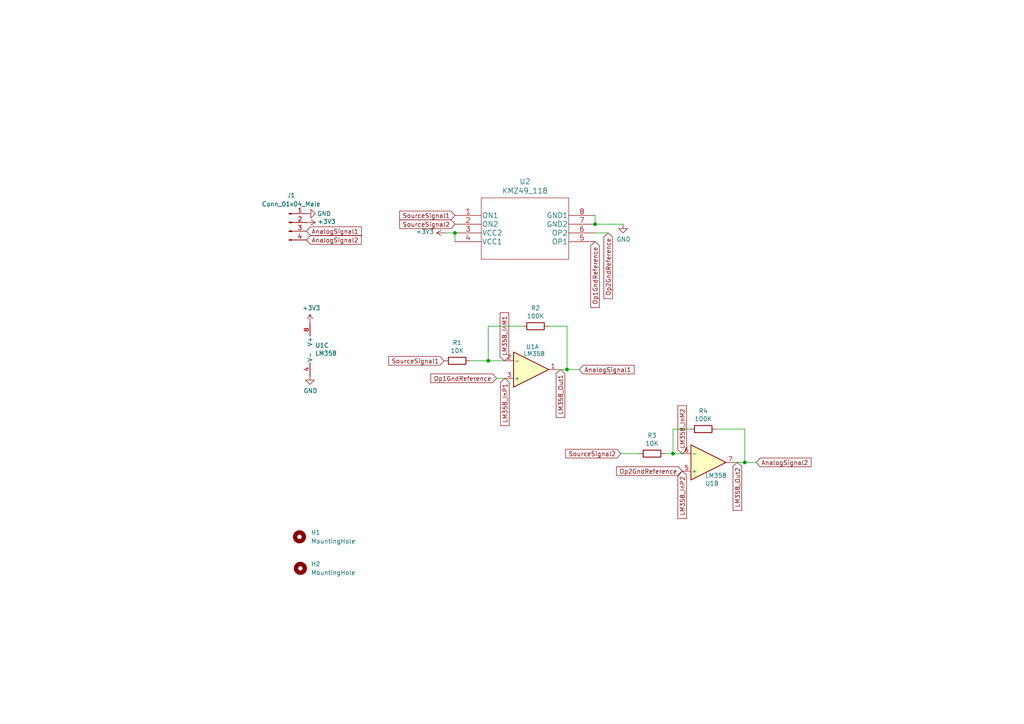
<source format=kicad_sch>
(kicad_sch (version 20211123) (generator eeschema)
  (paper "A4")
  (lib_symbols
    (symbol "Amplifier_Operational:LM358" (pin_names (offset 0.127))
      (property "Reference" "U" (at 0 5.08 0))
      (property "Value" "LM358" (at 0 -5.08 0))
      (symbol "LM358_1_1"
        (polyline (pts (xy -5.08 5.08) (xy 5.08 0) (xy -5.08 -5.08) (xy -5.08 5.08)) (stroke (width 0.254)) (fill (type background)))
        (pin output line (at 7.62 0 180) (length 2.54) (name "~") (number "1"))
        (pin input line (at -7.62 -2.54 0) (length 2.54) (name "-") (number "2"))
        (pin input line (at -7.62 2.54 0) (length 2.54) (name "+") (number "3"))
      )
      (symbol "LM358_2_1"
        (polyline (pts (xy -5.08 5.08) (xy 5.08 0) (xy -5.08 -5.08) (xy -5.08 5.08)) (stroke (width 0.254)) (fill (type background)))
        (pin input line (at -7.62 2.54 0) (length 2.54) (name "+") (number "5"))
        (pin input line (at -7.62 -2.54 0) (length 2.54) (name "-") (number "6"))
        (pin output line (at 7.62 0 180) (length 2.54) (name "~") (number "7"))
      )
      (symbol "LM358_3_1"
        (pin power_in line (at -2.54 -7.62 90) (length 3.81) (name "V-") (number "4"))
        (pin power_in line (at -2.54 7.62 270) (length 3.81) (name "V+") (number "8"))
      )
    )
    (symbol "Connector:Conn_01x04_Male" (pin_names (offset 1.016) hide)
      (property "Reference" "J" (at 0 5.08 0))
      (property "Value" "Conn_01x04_Male" (at 0 -7.62 0))
      (symbol "Conn_01x04_Male_1_1"
        (polyline (pts (xy 1.27 -5.08) (xy 0.8636 -5.08)) (stroke (width 0.1524)))
        (polyline (pts (xy 1.27 -2.54) (xy 0.8636 -2.54)) (stroke (width 0.1524)))
        (polyline (pts (xy 1.27 0) (xy 0.8636 0)) (stroke (width 0.1524)))
        (polyline (pts (xy 1.27 2.54) (xy 0.8636 2.54)) (stroke (width 0.1524)))
        (rectangle (start 0.8636 -4.953) (end 0 -5.207) (stroke (width 0.1524)) (fill (type outline)))
        (rectangle (start 0.8636 -2.413) (end 0 -2.667) (stroke (width 0.1524)) (fill (type outline)))
        (rectangle (start 0.8636 0.127) (end 0 -0.127) (stroke (width 0.1524)) (fill (type outline)))
        (rectangle (start 0.8636 2.667) (end 0 2.413) (stroke (width 0.1524)) (fill (type outline)))
        (pin passive line (at 5.08 2.54 180) (length 3.81) (name "Pin_1") (number "1"))
        (pin passive line (at 5.08 0 180) (length 3.81) (name "Pin_2") (number "2"))
        (pin passive line (at 5.08 -2.54 180) (length 3.81) (name "Pin_3") (number "3"))
        (pin passive line (at 5.08 -5.08 180) (length 3.81) (name "Pin_4") (number "4"))
      )
    )
    (symbol "Device:R" (pin_numbers hide) (pin_names (offset 0))
      (property "Reference" "R" (at 2.032 0 90))
      (property "Value" "R" (at 0 0 90))
      (symbol "R_0_1"
        (rectangle (start -1.016 -2.54) (end 1.016 2.54) (stroke (width 0.254)))
      )
      (symbol "R_1_1"
        (pin passive line (at 0 3.81 270) (length 1.27) (name "~") (number "1"))
        (pin passive line (at 0 -3.81 90) (length 1.27) (name "~") (number "2"))
      )
    )
    (symbol "KMZ49:KMZ49_118" (pin_names (offset 0.254))
      (property "Reference" "U" (at 20.32 10.16 0))
      (property "Value" "KMZ49_118" (at 20.32 7.62 0))
      (symbol "KMZ49_118_1_1"
        (polyline (pts (xy 7.62 -12.7) (xy 33.02 -12.7)) (stroke (width 0.127)))
        (polyline (pts (xy 7.62 5.08) (xy 7.62 -12.7)) (stroke (width 0.127)))
        (polyline (pts (xy 33.02 -12.7) (xy 33.02 5.08)) (stroke (width 0.127)))
        (polyline (pts (xy 33.02 5.08) (xy 7.62 5.08)) (stroke (width 0.127)))
        (pin output line (at 0 0 0) (length 7.62) (name "ON1") (number "1"))
        (pin output line (at 0 -2.54 0) (length 7.62) (name "ON2") (number "2"))
        (pin power_in line (at 0 -5.08 0) (length 7.62) (name "VCC2") (number "3"))
        (pin power_in line (at 0 -7.62 0) (length 7.62) (name "VCC1") (number "4"))
        (pin output line (at 40.64 -7.62 180) (length 7.62) (name "OP1") (number "5"))
        (pin output line (at 40.64 -5.08 180) (length 7.62) (name "OP2") (number "6"))
        (pin power_in line (at 40.64 -2.54 180) (length 7.62) (name "GND2") (number "7"))
        (pin power_in line (at 40.64 0 180) (length 7.62) (name "GND1") (number "8"))
      )
    )
    (symbol "Mechanical:MountingHole" (pin_names (offset 1.016))
      (property "Reference" "H" (at 0 5.08 0))
      (property "Value" "MountingHole" (at 0 3.175 0))
      (symbol "MountingHole_0_1"
        (circle (center 0 0) (radius 1.27) (stroke (width 1.27)))
      )
    )
    (symbol "power:+3.3V" (power) (pin_names (offset 0))
      (property "Value" "+3.3V" (at 0 3.556 0))
      (symbol "+3.3V_0_1"
        (polyline (pts (xy -0.762 1.27) (xy 0 2.54)))
        (polyline (pts (xy 0 0) (xy 0 2.54)))
        (polyline (pts (xy 0 2.54) (xy 0.762 1.27)))
      )
      (symbol "+3.3V_1_1"
        (pin power_in line (at 0 0 90) (length 0) hide (name "+3V3") (number "1"))
      )
    )
    (symbol "power:GND" (power) (pin_names (offset 0))
      (property "Value" "GND" (at 0 -3.81 0))
      (symbol "GND_0_1"
        (polyline (pts (xy 0 0) (xy 0 -1.27) (xy 1.27 -1.27) (xy 0 -2.54) (xy -1.27 -1.27) (xy 0 -1.27)))
      )
      (symbol "GND_1_1"
        (pin power_in line (at 0 0 270) (length 0) hide (name "GND") (number "1"))
      )
    )
  )
  (junction (at 195.199 131.572))
  (junction (at 164.465 107.188))
  (junction (at 141.605 104.648))
  (junction (at 172.593 65.024))
  (junction (at 216.027 134.112))
  (junction (at 131.953 67.564))
  (wire (pts (xy 141.605 104.648) (xy 146.431 104.648)))
  (wire (pts (xy 164.465 107.188) (xy 168.021 107.188)))
  (wire (pts (xy 180.086 131.572) (xy 185.293 131.572)))
  (wire (pts (xy 161.671 107.188) (xy 164.465 107.188)))
  (wire (pts (xy 216.027 124.46) (xy 216.027 134.112)))
  (wire (pts (xy 151.511 94.615) (xy 141.605 94.615)))
  (wire (pts (xy 192.913 131.572) (xy 195.199 131.572)))
  (wire (pts (xy 195.199 124.46) (xy 195.199 131.572)))
  (wire (pts (xy 159.131 94.615) (xy 164.465 94.615)))
  (wire (pts (xy 216.027 134.112) (xy 219.329 134.112)))
  (wire (pts (xy 129.159 67.564) (xy 131.953 67.564)))
  (wire (pts (xy 213.106 134.112) (xy 216.027 134.112)))
  (wire (pts (xy 172.593 67.564) (xy 176.403 67.564)))
  (wire (pts (xy 207.772 124.46) (xy 216.027 124.46)))
  (wire (pts (xy 172.593 62.484) (xy 172.593 65.024)))
  (wire (pts (xy 136.398 104.648) (xy 141.605 104.648)))
  (wire (pts (xy 172.593 65.024) (xy 180.721 65.024)))
  (wire (pts (xy 164.465 94.615) (xy 164.465 107.188)))
  (wire (pts (xy 146.431 109.728) (xy 144.018 109.728)))
  (wire (pts (xy 131.953 70.104) (xy 131.953 67.564)))
  (wire (pts (xy 200.152 124.46) (xy 195.199 124.46)))
  (wire (pts (xy 195.199 131.572) (xy 197.866 131.572)))
  (wire (pts (xy 141.605 94.615) (xy 141.605 104.648)))
  (global_label "AnalogSignal2" (shape input) (at 88.9 69.596 0) (property "Intersheet References" "${INTERSHEET_REFS}" (effects hide)))
  (global_label "SourceSignal2" (shape input) (at 131.953 65.024 180) (property "Intersheet References" "${INTERSHEET_REFS}" (effects hide)))
  (global_label "SourceSignal1" (shape input) (at 128.778 104.648 180) (property "Intersheet References" "${INTERSHEET_REFS}" (effects hide)))
  (global_label "Op2GndReference" (shape input) (at 176.403 67.564 270) (property "Intersheet References" "${INTERSHEET_REFS}" (effects hide)))
  (global_label "AnalogSignal1" (shape input) (at 88.9 67.056 0) (property "Intersheet References" "${INTERSHEET_REFS}" (effects hide)))
  (global_label "LM358_InP1" (shape input) (at 146.431 109.728 270) (property "Intersheet References" "${INTERSHEET_REFS}" (effects hide)))
  (global_label "Op1GndReference" (shape input) (at 144.018 109.728 180) (property "Intersheet References" "${INTERSHEET_REFS}" (effects hide)))
  (global_label "LM358_Out1" (shape input) (at 162.56 107.188 270) (property "Intersheet References" "${INTERSHEET_REFS}" (effects hide)))
  (global_label "LM358_Out2" (shape input) (at 213.868 134.112 270) (property "Intersheet References" "${INTERSHEET_REFS}" (effects hide)))
  (global_label "LM358_InP2" (shape input) (at 197.866 136.652 270) (property "Intersheet References" "${INTERSHEET_REFS}" (effects hide)))
  (global_label "LM358_InM1" (shape input) (at 146.304 104.648 90) (property "Intersheet References" "${INTERSHEET_REFS}" (effects hide)))
  (global_label "AnalogSignal2" (shape input) (at 219.329 134.112 0) (property "Intersheet References" "${INTERSHEET_REFS}" (effects hide)))
  (global_label "AnalogSignal1" (shape input) (at 168.021 107.188 0) (property "Intersheet References" "${INTERSHEET_REFS}" (effects hide)))
  (global_label "LM358_InM2" (shape input) (at 197.866 131.572 90) (property "Intersheet References" "${INTERSHEET_REFS}" (effects hide)))
  (global_label "SourceSignal1" (shape input) (at 131.953 62.484 180) (property "Intersheet References" "${INTERSHEET_REFS}" (effects hide)))
  (global_label "SourceSignal2" (shape input) (at 180.086 131.572 180) (property "Intersheet References" "${INTERSHEET_REFS}" (effects hide)))
  (global_label "Op2GndReference" (shape input) (at 197.866 136.652 180) (property "Intersheet References" "${INTERSHEET_REFS}" (effects hide)))
  (global_label "Op1GndReference" (shape input) (at 172.593 70.104 270) (property "Intersheet References" "${INTERSHEET_REFS}" (effects hide)))
  (symbol (lib_id "KMZ49:KMZ49_118") (at 131.953 62.484 0) (unit 1)
    (property "Reference" "U2" (at 152.273 52.6542 0) (effects (font (size 1.524 1.524))))
    (property "Value" "KMZ49_118" (at 152.273 55.3466 0) (effects (font (size 1.524 1.524))))
    (property "Footprint" "UsefulModifications:KMZ49_118" (effects hide))
  )
  (symbol (lib_id "Device:R") (at 132.588 104.648 270) (unit 1)
    (property "Reference" "R1" (at 132.588 99.3902 90))
    (property "Value" "10K" (at 132.588 101.7016 90))
    (property "Footprint" "Resistor_SMD:R_0603_1608Metric" (effects hide))
  )
  (symbol (lib_id "Device:R") (at 155.321 94.615 90) (unit 1)
    (property "Reference" "R2" (at 155.321 89.3572 90))
    (property "Value" "100K" (at 155.321 91.6686 90))
    (property "Footprint" "Resistor_SMD:R_0603_1608Metric" (effects hide))
  )
  (symbol (lib_id "power:+3.3V") (at 88.9 64.516 270) (unit 1)
    (property "Reference" "#PWR0101" (effects hide))
    (property "Value" "+3.3V" (at 94.742 64.262 90))
  )
  (symbol (lib_id "power:GND") (at 88.9 61.976 90) (unit 1)
    (property "Reference" "#PWR0102" (effects hide))
    (property "Value" "GND" (at 93.98 61.976 90))
  )
  (symbol (lib_id "power:+3.3V") (at 129.159 67.564 90) (unit 1)
    (property "Reference" "#PWR0103" (effects hide))
    (property "Value" "+3.3V" (at 125.9078 67.183 90) (effects (justify left)))
  )
  (symbol (lib_id "power:GND") (at 180.721 65.024 0) (unit 1)
    (property "Reference" "#PWR0104" (effects hide))
    (property "Value" "GND" (at 180.848 69.4182 0))
  )
  (symbol (lib_id "power:GND") (at 89.916 108.966 0) (unit 1)
    (property "Reference" "#PWR0105" (effects hide))
    (property "Value" "GND" (at 90.043 113.3602 0))
  )
  (symbol (lib_id "Amplifier_Operational:LM358") (at 154.051 107.188 0) (mirror x) (unit 1)
    (property "Reference" "U1" (at 154.432 100.584 0))
    (property "Value" "LM358" (at 154.94 102.616 0))
    (property "Footprint" "UsefulModifications:DFN-8-LM358" (effects hide))
    (property "Datasheet" "http://www.ti.com/lit/ds/symlink/lm2904-n.pdf" (effects hide))
  )
  (symbol (lib_id "Amplifier_Operational:LM358") (at 92.456 101.346 0) (unit 3)
    (property "Reference" "U1" (at 91.3892 100.1776 0) (effects (justify left)))
    (property "Value" "LM358" (at 91.3892 102.489 0) (effects (justify left)))
    (property "Footprint" "UsefulModifications:DFN-8-LM358" (effects hide))
    (property "Datasheet" "http://www.ti.com/lit/ds/symlink/lm2904-n.pdf" (effects hide))
  )
  (symbol (lib_id "Device:R") (at 203.962 124.46 90) (unit 1)
    (property "Reference" "R4" (at 203.962 119.2022 90))
    (property "Value" "100K" (at 203.962 121.5136 90))
    (property "Footprint" "Resistor_SMD:R_0603_1608Metric" (effects hide))
  )
  (symbol (lib_id "power:+3.3V") (at 89.916 93.726 0) (unit 1)
    (property "Reference" "#PWR0106" (effects hide))
    (property "Value" "+3.3V" (at 90.297 89.3318 0))
  )
  (symbol (lib_id "Device:R") (at 189.103 131.572 270) (unit 1)
    (property "Reference" "R3" (at 189.103 126.3142 90))
    (property "Value" "10K" (at 189.103 128.6256 90))
    (property "Footprint" "Resistor_SMD:R_0603_1608Metric" (effects hide))
  )
  (symbol (lib_id "Amplifier_Operational:LM358") (at 205.486 134.112 0) (mirror x) (unit 2)
    (property "Reference" "U1" (at 206.502 140.208 0))
    (property "Value" "LM358" (at 207.645 137.922 0))
    (property "Footprint" "UsefulModifications:DFN-8-LM358" (effects hide))
    (property "Datasheet" "http://www.ti.com/lit/ds/symlink/lm2904-n.pdf" (effects hide))
  )
  (symbol (lib_id "Mechanical:MountingHole") (at 87.122 164.846 0) (unit 1)
    (property "Reference" "H2" (at 90.17 163.5759 0) (effects (justify left)))
    (property "Value" "MountingHole" (at 90.17 166.1159 0) (effects (justify left)))
    (property "Footprint" "MountingHole:MountingHole_2.2mm_M2" (effects hide))
  )
  (symbol (lib_id "Mechanical:MountingHole") (at 86.868 155.702 0) (unit 1)
    (property "Reference" "H1" (at 90.17 154.4319 0) (effects (justify left)))
    (property "Value" "MountingHole" (at 90.17 156.9719 0) (effects (justify left)))
    (property "Footprint" "MountingHole:MountingHole_2.2mm_M2" (effects hide))
  )
  (symbol (lib_id "Connector:Conn_01x04_Male") (at 83.82 64.516 0) (unit 1)
    (property "Reference" "J1" (at 84.455 56.642 0))
    (property "Value" "Conn_01x04_Male" (at 84.455 59.182 0))
    (property "Footprint" "Connector_JST:JST_SH_BM04B-SRSS-TB_1x04-1MP_P1.00mm_Vertical" (effects hide))
  )
)
</source>
